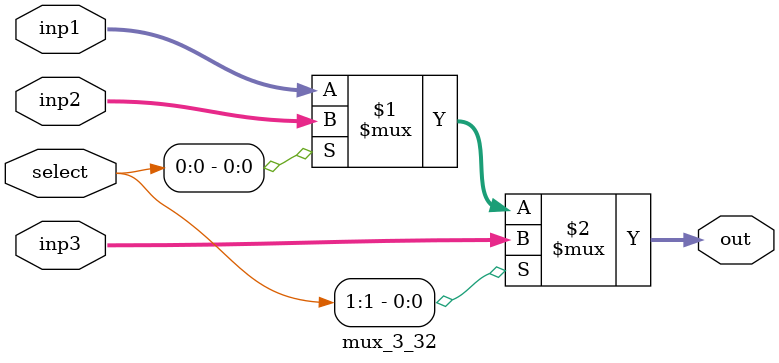
<source format=sv>
`timescale 1ns/1ns
module mux_3_32(input [31:0] inp1,inp2,inp3, input[1:0] select, output [31:0] out);
  assign out = select[1] ? inp3 : (select[0] ? inp2 : inp1);
endmodule
</source>
